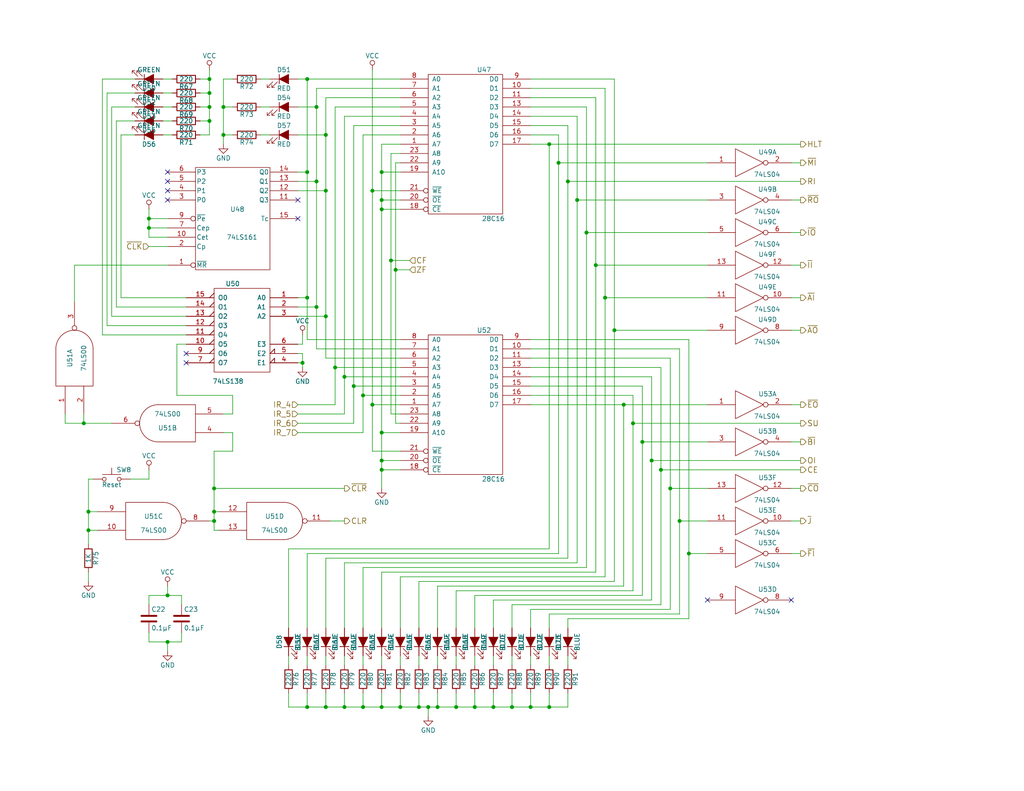
<source format=kicad_sch>
(kicad_sch (version 20231120) (generator "eeschema") (generator_version "8.0")
  (paper "USLetter")
  (junction (at 99.06 107.95))
  (junction (at 144.78 193.04))
  (junction (at 152.4 44.45))
  (junction (at 99.06 193.04))
  (junction (at 22.86 115.57))
  (junction (at 185.42 142.24))
  (junction (at 182.88 133.35))
  (junction (at 58.42 142.24))
  (junction (at 88.9 52.07))
  (junction (at 24.13 139.7))
  (junction (at 107.95 73.66))
  (junction (at 83.82 46.99))
  (junction (at 83.82 81.28))
  (junction (at 170.18 110.49))
  (junction (at 58.42 133.35))
  (junction (at 149.86 193.04))
  (junction (at 165.1 81.28))
  (junction (at 172.72 115.57))
  (junction (at 88.9 36.83))
  (junction (at 104.14 128.27))
  (junction (at 104.14 193.04))
  (junction (at 101.6 52.07))
  (junction (at 88.9 193.04))
  (junction (at 57.15 33.02))
  (junction (at 93.98 102.87))
  (junction (at 104.14 118.11))
  (junction (at 119.38 193.04))
  (junction (at 96.52 105.41))
  (junction (at 104.14 125.73))
  (junction (at 86.36 83.82))
  (junction (at 60.96 36.83))
  (junction (at 157.48 54.61))
  (junction (at 24.13 144.78))
  (junction (at 57.15 29.21))
  (junction (at 45.72 162.56))
  (junction (at 91.44 100.33))
  (junction (at 86.36 49.53))
  (junction (at 83.82 193.04))
  (junction (at 149.86 39.37))
  (junction (at 104.14 57.15))
  (junction (at 104.14 54.61))
  (junction (at 82.55 99.06))
  (junction (at 124.46 193.04))
  (junction (at 101.6 110.49))
  (junction (at 60.96 29.21))
  (junction (at 109.22 193.04))
  (junction (at 134.62 193.04))
  (junction (at 177.8 125.73))
  (junction (at 40.64 59.69))
  (junction (at 114.3 193.04))
  (junction (at 93.98 193.04))
  (junction (at 40.64 62.23))
  (junction (at 167.64 90.17))
  (junction (at 187.96 151.13))
  (junction (at 160.02 63.5))
  (junction (at 86.36 29.21))
  (junction (at 106.68 71.12))
  (junction (at 175.26 120.65))
  (junction (at 154.94 49.53))
  (junction (at 58.42 139.7))
  (junction (at 57.15 25.4))
  (junction (at 83.82 21.59))
  (junction (at 88.9 86.36))
  (junction (at 180.34 128.27))
  (junction (at 104.14 46.99))
  (junction (at 45.72 175.26))
  (junction (at 116.84 193.04))
  (junction (at 139.7 193.04))
  (junction (at 162.56 72.39))
  (junction (at 129.54 193.04))
  (junction (at 57.15 21.59))
  (no_connect (at 193.04 163.83))
  (no_connect (at 45.72 46.99))
  (no_connect (at 81.28 54.61))
  (no_connect (at 215.9 163.83))
  (no_connect (at 50.8 96.52))
  (no_connect (at 45.72 49.53))
  (no_connect (at 50.8 99.06))
  (no_connect (at 81.28 59.69))
  (no_connect (at 45.72 52.07))
  (no_connect (at 45.72 54.61))
  (wire (pts (xy 88.9 152.4) (xy 154.94 152.4)))
  (wire (pts (xy 104.14 118.11) (xy 109.22 118.11)))
  (wire (pts (xy 104.14 57.15) (xy 104.14 118.11)))
  (wire (pts (xy 124.46 193.04) (xy 129.54 193.04)))
  (wire (pts (xy 152.4 44.45) (xy 193.04 44.45)))
  (wire (pts (xy 104.14 179.07) (xy 104.14 181.61)))
  (wire (pts (xy 81.28 81.28) (xy 83.82 81.28)))
  (wire (pts (xy 58.42 144.78) (xy 59.69 144.78)))
  (wire (pts (xy 180.34 128.27) (xy 218.44 128.27)))
  (wire (pts (xy 40.64 130.81) (xy 35.56 130.81)))
  (wire (pts (xy 154.94 193.04) (xy 154.94 189.23)))
  (wire (pts (xy 83.82 151.13) (xy 152.4 151.13)))
  (wire (pts (xy 99.06 181.61) (xy 99.06 179.07)))
  (wire (pts (xy 24.13 144.78) (xy 24.13 148.59)))
  (wire (pts (xy 157.48 54.61) (xy 157.48 153.67)))
  (wire (pts (xy 134.62 193.04) (xy 139.7 193.04)))
  (wire (pts (xy 29.21 25.4) (xy 36.83 25.4)))
  (wire (pts (xy 27.94 21.59) (xy 27.94 91.44)))
  (wire (pts (xy 101.6 52.07) (xy 101.6 110.49)))
  (wire (pts (xy 93.98 113.03) (xy 81.28 113.03)))
  (wire (pts (xy 81.28 96.52) (xy 82.55 96.52)))
  (wire (pts (xy 144.78 166.37) (xy 182.88 166.37)))
  (wire (pts (xy 93.98 133.35) (xy 58.42 133.35)))
  (wire (pts (xy 73.66 29.21) (xy 71.12 29.21)))
  (wire (pts (xy 144.78 193.04) (xy 149.86 193.04)))
  (wire (pts (xy 83.82 92.71) (xy 109.22 92.71)))
  (wire (pts (xy 109.22 128.27) (xy 104.14 128.27)))
  (wire (pts (xy 93.98 189.23) (xy 93.98 193.04)))
  (wire (pts (xy 36.83 21.59) (xy 27.94 21.59)))
  (wire (pts (xy 24.13 158.75) (xy 24.13 156.21)))
  (wire (pts (xy 24.13 130.81) (xy 24.13 139.7)))
  (wire (pts (xy 177.8 125.73) (xy 218.44 125.73)))
  (wire (pts (xy 172.72 107.95) (xy 172.72 115.57)))
  (wire (pts (xy 57.15 21.59) (xy 57.15 19.05)))
  (wire (pts (xy 180.34 128.27) (xy 180.34 165.1)))
  (wire (pts (xy 144.78 107.95) (xy 172.72 107.95)))
  (wire (pts (xy 60.96 29.21) (xy 60.96 36.83)))
  (wire (pts (xy 81.28 21.59) (xy 83.82 21.59)))
  (wire (pts (xy 162.56 72.39) (xy 162.56 156.21)))
  (wire (pts (xy 180.34 100.33) (xy 180.34 128.27)))
  (wire (pts (xy 104.14 128.27) (xy 104.14 133.35)))
  (wire (pts (xy 45.72 162.56) (xy 49.53 162.56)))
  (wire (pts (xy 119.38 171.45) (xy 119.38 160.02)))
  (wire (pts (xy 152.4 36.83) (xy 152.4 44.45)))
  (wire (pts (xy 109.22 41.91) (xy 106.68 41.91)))
  (wire (pts (xy 144.78 110.49) (xy 170.18 110.49)))
  (wire (pts (xy 40.64 62.23) (xy 45.72 62.23)))
  (wire (pts (xy 119.38 181.61) (xy 119.38 179.07)))
  (wire (pts (xy 167.64 90.17) (xy 167.64 158.75)))
  (wire (pts (xy 144.78 179.07) (xy 144.78 181.61)))
  (wire (pts (xy 81.28 52.07) (xy 88.9 52.07)))
  (wire (pts (xy 175.26 120.65) (xy 193.04 120.65)))
  (wire (pts (xy 172.72 115.57) (xy 218.44 115.57)))
  (wire (pts (xy 91.44 100.33) (xy 91.44 110.49)))
  (wire (pts (xy 109.22 157.48) (xy 165.1 157.48)))
  (wire (pts (xy 101.6 110.49) (xy 101.6 123.19)))
  (wire (pts (xy 167.64 21.59) (xy 167.64 90.17)))
  (wire (pts (xy 134.62 171.45) (xy 134.62 163.83)))
  (wire (pts (xy 109.22 26.67) (xy 88.9 26.67)))
  (wire (pts (xy 58.42 142.24) (xy 57.15 142.24)))
  (wire (pts (xy 129.54 171.45) (xy 129.54 162.56)))
  (wire (pts (xy 57.15 29.21) (xy 57.15 25.4)))
  (wire (pts (xy 63.5 21.59) (xy 60.96 21.59)))
  (wire (pts (xy 114.3 179.07) (xy 114.3 181.61)))
  (wire (pts (xy 144.78 95.25) (xy 185.42 95.25)))
  (wire (pts (xy 54.61 36.83) (xy 57.15 36.83)))
  (wire (pts (xy 17.78 115.57) (xy 22.86 115.57)))
  (wire (pts (xy 119.38 160.02) (xy 170.18 160.02)))
  (wire (pts (xy 58.42 123.19) (xy 63.5 123.19)))
  (wire (pts (xy 144.78 26.67) (xy 162.56 26.67)))
  (wire (pts (xy 99.06 193.04) (xy 99.06 189.23)))
  (wire (pts (xy 149.86 171.45) (xy 149.86 167.64)))
  (wire (pts (xy 160.02 29.21) (xy 160.02 63.5)))
  (wire (pts (xy 104.14 118.11) (xy 104.14 125.73)))
  (wire (pts (xy 187.96 151.13) (xy 187.96 168.91)))
  (wire (pts (xy 88.9 193.04) (xy 88.9 189.23)))
  (wire (pts (xy 215.9 110.49) (xy 218.44 110.49)))
  (wire (pts (xy 93.98 193.04) (xy 99.06 193.04)))
  (wire (pts (xy 114.3 158.75) (xy 167.64 158.75)))
  (wire (pts (xy 109.22 193.04) (xy 109.22 189.23)))
  (wire (pts (xy 139.7 193.04) (xy 139.7 189.23)))
  (wire (pts (xy 22.86 113.03) (xy 22.86 115.57)))
  (wire (pts (xy 27.94 91.44) (xy 50.8 91.44)))
  (wire (pts (xy 40.64 67.31) (xy 45.72 67.31)))
  (wire (pts (xy 116.84 195.58) (xy 116.84 193.04)))
  (wire (pts (xy 45.72 175.26) (xy 49.53 175.26)))
  (wire (pts (xy 83.82 193.04) (xy 88.9 193.04)))
  (wire (pts (xy 88.9 26.67) (xy 88.9 36.83)))
  (wire (pts (xy 82.55 91.44) (xy 82.55 93.98)))
  (wire (pts (xy 107.95 44.45) (xy 107.95 73.66)))
  (wire (pts (xy 81.28 86.36) (xy 88.9 86.36)))
  (wire (pts (xy 111.76 73.66) (xy 107.95 73.66)))
  (wire (pts (xy 175.26 120.65) (xy 175.26 162.56)))
  (wire (pts (xy 83.82 81.28) (xy 83.82 92.71)))
  (wire (pts (xy 139.7 171.45) (xy 139.7 165.1)))
  (wire (pts (xy 149.86 149.86) (xy 78.74 149.86)))
  (wire (pts (xy 218.44 54.61) (xy 215.9 54.61)))
  (wire (pts (xy 96.52 115.57) (xy 81.28 115.57)))
  (wire (pts (xy 86.36 29.21) (xy 86.36 49.53)))
  (wire (pts (xy 93.98 142.24) (xy 90.17 142.24)))
  (wire (pts (xy 57.15 36.83) (xy 57.15 33.02)))
  (wire (pts (xy 40.64 162.56) (xy 45.72 162.56)))
  (wire (pts (xy 46.99 25.4) (xy 44.45 25.4)))
  (wire (pts (xy 93.98 153.67) (xy 157.48 153.67)))
  (wire (pts (xy 46.99 33.02) (xy 44.45 33.02)))
  (wire (pts (xy 129.54 193.04) (xy 134.62 193.04)))
  (wire (pts (xy 218.44 90.17) (xy 215.9 90.17)))
  (wire (pts (xy 114.3 189.23) (xy 114.3 193.04)))
  (wire (pts (xy 109.22 54.61) (xy 104.14 54.61)))
  (wire (pts (xy 160.02 63.5) (xy 193.04 63.5)))
  (wire (pts (xy 81.28 49.53) (xy 86.36 49.53)))
  (wire (pts (xy 81.28 29.21) (xy 86.36 29.21)))
  (wire (pts (xy 152.4 44.45) (xy 152.4 151.13)))
  (wire (pts (xy 162.56 26.67) (xy 162.56 72.39)))
  (wire (pts (xy 93.98 102.87) (xy 109.22 102.87)))
  (wire (pts (xy 149.86 181.61) (xy 149.86 179.07)))
  (wire (pts (xy 139.7 193.04) (xy 144.78 193.04)))
  (wire (pts (xy 78.74 193.04) (xy 83.82 193.04)))
  (wire (pts (xy 170.18 110.49) (xy 193.04 110.49)))
  (wire (pts (xy 165.1 81.28) (xy 193.04 81.28)))
  (wire (pts (xy 144.78 97.79) (xy 182.88 97.79)))
  (wire (pts (xy 81.28 46.99) (xy 83.82 46.99)))
  (wire (pts (xy 22.86 115.57) (xy 30.48 115.57)))
  (wire (pts (xy 116.84 193.04) (xy 119.38 193.04)))
  (wire (pts (xy 83.82 46.99) (xy 83.82 81.28)))
  (wire (pts (xy 83.82 21.59) (xy 109.22 21.59)))
  (wire (pts (xy 78.74 193.04) (xy 78.74 189.23)))
  (wire (pts (xy 81.28 99.06) (xy 82.55 99.06)))
  (wire (pts (xy 25.4 130.81) (xy 24.13 130.81)))
  (wire (pts (xy 154.94 171.45) (xy 154.94 168.91)))
  (wire (pts (xy 162.56 72.39) (xy 193.04 72.39)))
  (wire (pts (xy 144.78 31.75) (xy 157.48 31.75)))
  (wire (pts (xy 57.15 33.02) (xy 54.61 33.02)))
  (wire (pts (xy 30.48 29.21) (xy 30.48 86.36)))
  (wire (pts (xy 88.9 193.04) (xy 93.98 193.04)))
  (wire (pts (xy 24.13 139.7) (xy 24.13 144.78)))
  (wire (pts (xy 82.55 99.06) (xy 82.55 100.33)))
  (wire (pts (xy 99.06 107.95) (xy 109.22 107.95)))
  (wire (pts (xy 144.78 21.59) (xy 167.64 21.59)))
  (wire (pts (xy 33.02 36.83) (xy 33.02 81.28)))
  (wire (pts (xy 31.75 33.02) (xy 31.75 83.82)))
  (wire (pts (xy 44.45 36.83) (xy 46.99 36.83)))
  (wire (pts (xy 109.22 193.04) (xy 114.3 193.04)))
  (wire (pts (xy 58.42 139.7) (xy 58.42 142.24)))
  (wire (pts (xy 160.02 63.5) (xy 160.02 154.94)))
  (wire (pts (xy 144.78 24.13) (xy 165.1 24.13)))
  (wire (pts (xy 109.22 110.49) (xy 101.6 110.49)))
  (wire (pts (xy 99.06 107.95) (xy 99.06 118.11)))
  (wire (pts (xy 104.14 156.21) (xy 162.56 156.21)))
  (wire (pts (xy 45.72 175.26) (xy 45.72 177.8)))
  (wire (pts (xy 157.48 31.75) (xy 157.48 54.61)))
  (wire (pts (xy 144.78 100.33) (xy 180.34 100.33)))
  (wire (pts (xy 63.5 113.03) (xy 60.96 113.03)))
  (wire (pts (xy 104.14 46.99) (xy 109.22 46.99)))
  (wire (pts (xy 124.46 171.45) (xy 124.46 161.29)))
  (wire (pts (xy 165.1 24.13) (xy 165.1 81.28)))
  (wire (pts (xy 134.62 179.07) (xy 134.62 181.61)))
  (wire (pts (xy 88.9 86.36) (xy 88.9 97.79)))
  (wire (pts (xy 177.8 125.73) (xy 177.8 163.83)))
  (wire (pts (xy 91.44 110.49) (xy 81.28 110.49)))
  (wire (pts (xy 57.15 25.4) (xy 54.61 25.4)))
  (wire (pts (xy 165.1 81.28) (xy 165.1 157.48)))
  (wire (pts (xy 99.06 171.45) (xy 99.06 154.94)))
  (wire (pts (xy 129.54 193.04) (xy 129.54 189.23)))
  (wire (pts (xy 124.46 189.23) (xy 124.46 193.04)))
  (wire (pts (xy 86.36 24.13) (xy 86.36 29.21)))
  (wire (pts (xy 187.96 92.71) (xy 187.96 151.13)))
  (wire (pts (xy 134.62 163.83) (xy 177.8 163.83)))
  (wire (pts (xy 58.42 133.35) (xy 58.42 139.7)))
  (wire (pts (xy 99.06 118.11) (xy 81.28 118.11)))
  (wire (pts (xy 175.26 105.41) (xy 175.26 120.65)))
  (wire (pts (xy 99.06 36.83) (xy 99.06 107.95)))
  (wire (pts (xy 45.72 72.39) (xy 20.32 72.39)))
  (wire (pts (xy 99.06 154.94) (xy 160.02 154.94)))
  (wire (pts (xy 40.64 59.69) (xy 45.72 59.69)))
  (wire (pts (xy 182.88 97.79) (xy 182.88 133.35)))
  (wire (pts (xy 83.82 189.23) (xy 83.82 193.04)))
  (wire (pts (xy 134.62 189.23) (xy 134.62 193.04)))
  (wire (pts (xy 91.44 100.33) (xy 109.22 100.33)))
  (wire (pts (xy 114.3 171.45) (xy 114.3 158.75)))
  (wire (pts (xy 109.22 125.73) (xy 104.14 125.73)))
  (wire (pts (xy 139.7 181.61) (xy 139.7 179.07)))
  (wire (pts (xy 107.95 73.66) (xy 107.95 115.57)))
  (wire (pts (xy 107.95 115.57) (xy 109.22 115.57)))
  (wire (pts (xy 106.68 71.12) (xy 106.68 113.03)))
  (wire (pts (xy 119.38 193.04) (xy 124.46 193.04)))
  (wire (pts (xy 50.8 88.9) (xy 29.21 88.9)))
  (wire (pts (xy 104.14 46.99) (xy 104.14 54.61)))
  (wire (pts (xy 104.14 125.73) (xy 104.14 128.27)))
  (wire (pts (xy 93.98 102.87) (xy 93.98 113.03)))
  (wire (pts (xy 29.21 88.9) (xy 29.21 25.4)))
  (wire (pts (xy 182.88 133.35) (xy 193.04 133.35)))
  (wire (pts (xy 58.42 123.19) (xy 58.42 133.35)))
  (wire (pts (xy 218.44 133.35) (xy 215.9 133.35)))
  (wire (pts (xy 88.9 171.45) (xy 88.9 152.4)))
  (wire (pts (xy 144.78 92.71) (xy 187.96 92.71)))
  (wire (pts (xy 40.64 165.1) (xy 40.64 162.56)))
  (wire (pts (xy 40.64 175.26) (xy 45.72 175.26)))
  (wire (pts (xy 91.44 29.21) (xy 91.44 100.33)))
  (wire (pts (xy 170.18 160.02) (xy 170.18 110.49)))
  (wire (pts (xy 30.48 86.36) (xy 50.8 86.36)))
  (wire (pts (xy 99.06 193.04) (xy 104.14 193.04)))
  (wire (pts (xy 167.64 90.17) (xy 193.04 90.17)))
  (wire (pts (xy 149.86 167.64) (xy 185.42 167.64)))
  (wire (pts (xy 109.22 181.61) (xy 109.22 179.07)))
  (wire (pts (xy 104.14 39.37) (xy 109.22 39.37)))
  (wire (pts (xy 24.13 139.7) (xy 26.67 139.7)))
  (wire (pts (xy 96.52 34.29) (xy 96.52 105.41)))
  (wire (pts (xy 93.98 179.07) (xy 93.98 181.61)))
  (wire (pts (xy 88.9 52.07) (xy 88.9 86.36)))
  (wire (pts (xy 40.64 57.15) (xy 40.64 59.69)))
  (wire (pts (xy 44.45 29.21) (xy 46.99 29.21)))
  (wire (pts (xy 129.54 162.56) (xy 175.26 162.56)))
  (wire (pts (xy 185.42 95.25) (xy 185.42 142.24)))
  (wire (pts (xy 114.3 193.04) (xy 116.84 193.04)))
  (wire (pts (xy 83.82 21.59) (xy 83.82 46.99)))
  (wire (pts (xy 33.02 81.28) (xy 50.8 81.28)))
  (wire (pts (xy 185.42 142.24) (xy 193.04 142.24)))
  (wire (pts (xy 71.12 21.59) (xy 73.66 21.59)))
  (wire (pts (xy 218.44 120.65) (xy 215.9 120.65)))
  (wire (pts (xy 106.68 113.03) (xy 109.22 113.03)))
  (wire (pts (xy 149.86 39.37) (xy 149.86 149.86)))
  (wire (pts (xy 88.9 36.83) (xy 88.9 52.07)))
  (wire (pts (xy 109.22 34.29) (xy 96.52 34.29)))
  (wire (pts (xy 154.94 34.29) (xy 154.94 49.53)))
  (wire (pts (xy 172.72 115.57) (xy 172.72 161.29)))
  (wire (pts (xy 104.14 189.23) (xy 104.14 193.04)))
  (wire (pts (xy 78.74 181.61) (xy 78.74 179.07)))
  (wire (pts (xy 109.22 44.45) (xy 107.95 44.45)))
  (wire (pts (xy 144.78 39.37) (xy 149.86 39.37)))
  (wire (pts (xy 20.32 72.39) (xy 20.32 82.55)))
  (wire (pts (xy 58.42 139.7) (xy 59.69 139.7)))
  (wire (pts (xy 109.22 29.21) (xy 91.44 29.21)))
  (wire (pts (xy 144.78 189.23) (xy 144.78 193.04)))
  (wire (pts (xy 104.14 171.45) (xy 104.14 156.21)))
  (wire (pts (xy 104.14 57.15) (xy 109.22 57.15)))
  (wire (pts (xy 93.98 31.75) (xy 93.98 102.87)))
  (wire (pts (xy 88.9 97.79) (xy 109.22 97.79)))
  (wire (pts (xy 60.96 36.83) (xy 60.96 39.37)))
  (wire (pts (xy 93.98 171.45) (xy 93.98 153.67)))
  (wire (pts (xy 109.22 171.45) (xy 109.22 157.48)))
  (wire (pts (xy 144.78 36.83) (xy 152.4 36.83)))
  (wire (pts (xy 93.98 31.75) (xy 109.22 31.75)))
  (wire (pts (xy 96.52 105.41) (xy 109.22 105.41)))
  (wire (pts (xy 83.82 171.45) (xy 83.82 151.13)))
  (wire (pts (xy 144.78 171.45) (xy 144.78 166.37)))
  (wire (pts (xy 24.13 144.78) (xy 26.67 144.78)))
  (wire (pts (xy 36.83 29.21) (xy 30.48 29.21)))
  (wire (pts (xy 218.44 142.24) (xy 215.9 142.24)))
  (wire (pts (xy 182.88 133.35) (xy 182.88 166.37)))
  (wire (pts (xy 50.8 93.98) (xy 48.26 93.98)))
  (wire (pts (xy 86.36 49.53) (xy 86.36 83.82)))
  (wire (pts (xy 81.28 83.82) (xy 86.36 83.82)))
  (wire (pts (xy 54.61 21.59) (xy 57.15 21.59)))
  (wire (pts (xy 54.61 29.21) (xy 57.15 29.21)))
  (wire (pts (xy 154.94 168.91) (xy 187.96 168.91)))
  (wire (pts (xy 124.46 161.29) (xy 172.72 161.29)))
  (wire (pts (xy 78.74 149.86) (xy 78.74 171.45)))
  (wire (pts (xy 58.42 142.24) (xy 58.42 144.78)))
  (wire (pts (xy 157.48 54.61) (xy 193.04 54.61)))
  (wire (pts (xy 86.36 95.25) (xy 109.22 95.25)))
  (wire (pts (xy 149.86 39.37) (xy 218.44 39.37)))
  (wire (pts (xy 40.64 175.26) (xy 40.64 172.72)))
  (wire (pts (xy 129.54 181.61) (xy 129.54 179.07)))
  (wire (pts (xy 96.52 105.41) (xy 96.52 115.57)))
  (wire (pts (xy 88.9 181.61) (xy 88.9 179.07)))
  (wire (pts (xy 218.44 72.39) (xy 215.9 72.39)))
  (wire (pts (xy 101.6 123.19) (xy 109.22 123.19)))
  (wire (pts (xy 71.12 36.83) (xy 73.66 36.83)))
  (wire (pts (xy 17.78 115.57) (xy 17.78 113.03)))
  (wire (pts (xy 63.5 29.21) (xy 60.96 29.21)))
  (wire (pts (xy 48.26 107.95) (xy 63.5 107.95)))
  (wire (pts (xy 99.06 36.83) (xy 109.22 36.83)))
  (wire (pts (xy 144.78 105.41) (xy 175.26 105.41)))
  (wire (pts (xy 109.22 24.13) (xy 86.36 24.13)))
  (wire (pts (xy 149.86 193.04) (xy 154.94 193.04)))
  (wire (pts (xy 81.28 36.83) (xy 88.9 36.83)))
  (wire (pts (xy 36.83 36.83) (xy 33.02 36.83)))
  (wire (pts (xy 144.78 102.87) (xy 177.8 102.87)))
  (wire (pts (xy 124.46 179.07) (xy 124.46 181.61)))
  (wire (pts (xy 144.78 34.29) (xy 154.94 34.29)))
  (wire (pts (xy 82.55 93.98) (xy 81.28 93.98)))
  (wire (pts (xy 31.75 83.82) (xy 50.8 83.82)))
  (wire (pts (xy 218.44 63.5) (xy 215.9 63.5)))
  (wire (pts (xy 177.8 102.87) (xy 177.8 125.73)))
  (wire (pts (xy 104.14 54.61) (xy 104.14 57.15)))
  (wire (pts (xy 139.7 165.1) (xy 180.34 165.1)))
  (wire (pts (xy 149.86 193.04) (xy 149.86 189.23)))
  (wire (pts (xy 101.6 19.05) (xy 101.6 52.07)))
  (wire (pts (xy 154.94 49.53) (xy 154.94 152.4)))
  (wire (pts (xy 144.78 29.21) (xy 160.02 29.21)))
  (wire (pts (xy 44.45 21.59) (xy 46.99 21.59)))
  (wire (pts (xy 57.15 33.02) (xy 57.15 29.21)))
  (wire (pts (xy 63.5 118.11) (xy 60.96 118.11)))
  (wire (pts (xy 48.26 93.98) (xy 48.26 107.95)))
  (wire (pts (xy 60.96 36.83) (xy 63.5 36.83)))
  (wire (pts (xy 104.14 193.04) (xy 109.22 193.04)))
  (wire (pts (xy 40.64 62.23) (xy 40.64 64.77)))
  (wire (pts (xy 154.94 179.07) (xy 154.94 181.61)))
  (wire (pts (xy 104.14 39.37) (xy 104.14 46.99)))
  (wire (pts (xy 40.64 59.69) (xy 40.64 62.23)))
  (wire (pts (xy 187.96 151.13) (xy 193.04 151.13)))
  (wire (pts (xy 86.36 83.82) (xy 86.36 95.25)))
  (wire (pts (xy 154.94 49.53) (xy 218.44 49.53)))
  (wire (pts (xy 40.64 64.77) (xy 45.72 64.77)))
  (wire (pts (xy 63.5 107.95) (xy 63.5 113.03)))
  (wire (pts (xy 106.68 41.91) (xy 106.68 71.12)))
  (wire (pts (xy 119.38 193.04) (xy 119.38 189.23)))
  (wire (pts (xy 218.44 81.28) (xy 215.9 81.28)))
  (wire (pts (xy 215.9 44.45) (xy 218.44 44.45)))
  (wire (pts (xy 111.76 71.12) (xy 106.68 71.12)))
  (wire (pts (xy 82.55 96.52) (xy 82.55 99.06)))
  (wire (pts (xy 49.53 175.26) (xy 49.53 172.72)))
  (wire (pts (xy 185.42 142.24) (xy 185.42 167.64)))
  (wire (pts (xy 218.44 151.13) (xy 215.9 151.13)))
  (wire (pts (xy 45.72 160.02) (xy 45.72 162.56)))
  (wire (pts (xy 63.5 123.19) (xy 63.5 118.11)))
  (wire (pts (xy 60.96 21.59) (xy 60.96 29.21)))
  (wire (pts (xy 83.82 179.07) (xy 83.82 181.61)))
  (wire (pts (xy 101.6 52.07) (xy 109.22 52.07)))
  (wire (pts (xy 31.75 33.02) (xy 36.83 33.02)))
  (wire (pts (xy 57.15 25.4) (xy 57.15 21.59)))
  (wire (pts (xy 40.64 128.27) (xy 40.64 130.81)))
  (wire (pts (xy 49.53 162.56) (xy 49.53 165.1)))
  (hierarchical_label "~{AO}" (shape output) (at 218.44 90.17 0) (effects (font (size 1.524 1.524))))
  (hierarchical_label "~{IO}" (shape output) (at 218.44 63.5 0) (effects (font (size 1.524 1.524))))
  (hierarchical_label "CLR" (shape output) (at 93.98 142.24 0) (effects (font (size 1.524 1.524))))
  (hierarchical_label "~{MI}" (shape output) (at 218.44 44.45 0) (effects (font (size 1.524 1.524))))
  (hierarchical_label "CF" (shape input) (at 111.76 71.12 0) (effects (font (size 1.524 1.524))))
  (hierarchical_label "~{CLR}" (shape output) (at 93.98 133.35 0) (effects (font (size 1.524 1.524))))
  (hierarchical_label "RI" (shape output) (at 218.44 49.53 0) (effects (font (size 1.524 1.524))))
  (hierarchical_label "ZF" (shape input) (at 111.76 73.66 0) (effects (font (size 1.524 1.524))))
  (hierarchical_label "~{AI}" (shape output) (at 218.44 81.28 0) (effects (font (size 1.524 1.524))))
  (hierarchical_label "~{RO}" (shape output) (at 218.44 54.61 0) (effects (font (size 1.524 1.524))))
  (hierarchical_label "~{II}" (shape output) (at 218.44 72.39 0) (effects (font (size 1.524 1.524))))
  (hierarchical_label "CE" (shape output) (at 218.44 128.27 0) (effects (font (size 1.524 1.524))))
  (hierarchical_label "IR_6" (shape input) (at 81.28 115.57 180) (effects (font (size 1.524 1.524))))
  (hierarchical_label "IR_4" (shape input) (at 81.28 110.49 180) (effects (font (size 1.524 1.524))))
  (hierarchical_label "~{BI}" (shape output) (at 218.44 120.65 0) (effects (font (size 1.524 1.524))))
  (hierarchical_label "~{J}" (shape output) (at 218.44 142.24 0) (effects (font (size 1.524 1.524))))
  (hierarchical_label "OI" (shape output) (at 218.44 125.73 0) (effects (font (size 1.524 1.524))))
  (hierarchical_label "HLT" (shape output) (at 218.44 39.37 0) (effects (font (size 1.524 1.524))))
  (hierarchical_label "IR_5" (shape input) (at 81.28 113.03 180) (effects (font (size 1.524 1.524))))
  (hierarchical_label "~{CO}" (shape output) (at 218.44 133.35 0) (effects (font (size 1.524 1.524))))
  (hierarchical_label "SU" (shape output) (at 218.44 115.57 0) (effects (font (size 1.524 1.524))))
  (hierarchical_label "~{CLK}" (shape input) (at 40.64 67.31 180) (effects (font (size 1.524 1.524))))
  (hierarchical_label "~{EO}" (shape output) (at 218.44 110.49 0) (effects (font (size 1.524 1.524))))
  (hierarchical_label "~{FI}" (shape output) (at 218.44 151.13 0) (effects (font (size 1.524 1.524))))
  (hierarchical_label "IR_7" (shape input) (at 81.28 118.11 180) (effects (font (size 1.524 1.524))))
  (symbol (lib_id "8bit-computer-rescue:74LS161-8bit-computer-rescue") (at 63.5 59.69 0) (unit 1)
    (property "Reference" "U48" (at 64.77 57.15 0))
    (property "Value" "74LS161" (at 66.04 64.77 0))
    (property "Footprint" "Package_DIP:DIP-16_W7.62mm" (effects (hide yes)))
  )
  (symbol (lib_id "8bit-computer-rescue:74LS138-8bit-computer-rescue") (at 66.04 90.17 0) (mirror y) (unit 1)
    (property "Reference" "U50" (at 63.5 77.47 0))
    (property "Value" "74LS138" (at 62.23 104.1146 0))
    (property "Footprint" "Package_DIP:DIP-16_W7.62mm" (effects (hide yes)))
  )
  (symbol (lib_id "8bit-computer-rescue:28C16-8bit-computer-rescue") (at 127 39.37 0) (unit 1)
    (property "Reference" "U47" (at 132.08 19.05 0))
    (property "Value" "28C16" (at 134.62 59.69 0))
    (property "Footprint" "Package_DIP:DIP-24_W15.24mm_Socket" (effects (hide yes)))
  )
  (symbol (lib_id "8bit-computer-rescue:28C16-8bit-computer-rescue") (at 127 110.49 0) (unit 1)
    (property "Reference" "U52" (at 132.08 90.17 0))
    (property "Value" "28C16" (at 134.62 130.81 0))
    (property "Footprint" "Package_DIP:DIP-24_W15.24mm_Socket" (effects (hide yes)))
  )
  (symbol (lib_id "8bit-computer-rescue:LED_ALT-Device") (at 78.74 175.26 90) (unit 1)
    (property "Reference" "D58" (at 76.2 175.26 0))
    (property "Value" "BLUE" (at 81.28 175.26 0))
    (property "Footprint" "LED_THT:LED_D5.0mm" (effects (hide yes)))
  )
  (symbol (lib_id "8bit-computer-rescue:LED_ALT-Device") (at 83.82 175.26 90) (unit 1)
    (property "Reference" "D59" (at 81.28 175.26 0))
    (property "Value" "BLUE" (at 86.36 175.26 0))
    (property "Footprint" "LED_THT:LED_D5.0mm" (effects (hide yes)))
  )
  (symbol (lib_id "8bit-computer-rescue:LED_ALT-Device") (at 88.9 175.26 90) (unit 1)
    (property "Reference" "D60" (at 86.36 175.26 0))
    (property "Value" "BLUE" (at 91.44 175.26 0))
    (property "Footprint" "LED_THT:LED_D5.0mm" (effects (hide yes)))
  )
  (symbol (lib_id "8bit-computer-rescue:LED_ALT-Device") (at 93.98 175.26 90) (unit 1)
    (property "Reference" "D61" (at 91.44 175.26 0))
    (property "Value" "BLUE" (at 96.52 175.26 0))
    (property "Footprint" "LED_THT:LED_D5.0mm" (effects (hide yes)))
  )
  (symbol (lib_id "8bit-computer-rescue:LED_ALT-Device") (at 99.06 175.26 90) (unit 1)
    (property "Reference" "D62" (at 96.52 175.26 0))
    (property "Value" "BLUE" (at 101.6 175.26 0))
    (property "Footprint" "LED_THT:LED_D5.0mm" (effects (hide yes)))
  )
  (symbol (lib_id "8bit-computer-rescue:LED_ALT-Device") (at 104.14 175.26 90) (unit 1)
    (property "Reference" "D63" (at 101.6 175.26 0))
    (property "Value" "BLUE" (at 106.68 175.26 0))
    (property "Footprint" "LED_THT:LED_D5.0mm" (effects (hide yes)))
  )
  (symbol (lib_id "8bit-computer-rescue:LED_ALT-Device") (at 109.22 175.26 90) (unit 1)
    (property "Reference" "D64" (at 106.68 175.26 0))
    (property "Value" "BLUE" (at 111.76 175.26 0))
    (property "Footprint" "LED_THT:LED_D5.0mm" (effects (hide yes)))
  )
  (symbol (lib_id "8bit-computer-rescue:LED_ALT-Device") (at 114.3 175.26 90) (unit 1)
    (property "Reference" "D65" (at 111.76 175.26 0))
    (property "Value" "BLUE" (at 116.84 175.26 0))
    (property "Footprint" "LED_THT:LED_D5.0mm" (effects (hide yes)))
  )
  (symbol (lib_id "8bit-computer-rescue:LED_ALT-Device") (at 119.38 175.26 90) (unit 1)
    (property "Reference" "D66" (at 116.84 175.26 0))
    (property "Value" "BLUE" (at 121.92 175.26 0))
    (property "Footprint" "LED_THT:LED_D5.0mm" (effects (hide yes)))
  )
  (symbol (lib_id "8bit-computer-rescue:LED_ALT-Device") (at 124.46 175.26 90) (unit 1)
    (property "Reference" "D67" (at 121.92 175.26 0))
    (property "Value" "BLUE" (at 127 175.26 0))
    (property "Footprint" "LED_THT:LED_D5.0mm" (effects (hide yes)))
  )
  (symbol (lib_id "8bit-computer-rescue:LED_ALT-Device") (at 129.54 175.26 90) (unit 1)
    (property "Reference" "D68" (at 127 175.26 0))
    (property "Value" "BLUE" (at 132.08 175.26 0))
    (property "Footprint" "LED_THT:LED_D5.0mm" (effects (hide yes)))
  )
  (symbol (lib_id "8bit-computer-rescue:LED_ALT-Device") (at 134.62 175.26 90) (unit 1)
    (property "Reference" "D69" (at 132.08 175.26 0))
    (property "Value" "BLUE" (at 137.16 175.26 0))
    (property "Footprint" "LED_THT:LED_D5.0mm" (effects (hide yes)))
  )
  (symbol (lib_id "8bit-computer-rescue:LED_ALT-Device") (at 139.7 175.26 90) (unit 1)
    (property "Reference" "D70" (at 137.16 175.26 0))
    (property "Value" "BLUE" (at 142.24 175.26 0))
    (property "Footprint" "LED_THT:LED_D5.0mm" (effects (hide yes)))
  )
  (symbol (lib_id "8bit-computer-rescue:LED_ALT-Device") (at 144.78 175.26 90) (unit 1)
    (property "Reference" "D71" (at 142.24 175.26 0))
    (property "Value" "BLUE" (at 147.32 175.26 0))
    (property "Footprint" "LED_THT:LED_D5.0mm" (effects (hide yes)))
  )
  (symbol (lib_id "8bit-computer-rescue:LED_ALT-Device") (at 149.86 175.26 90) (unit 1)
    (property "Reference" "D72" (at 147.32 175.26 0))
    (property "Value" "BLUE" (at 152.4 175.26 0))
    (property "Footprint" "LED_THT:LED_D5.0mm" (effects (hide yes)))
  )
  (symbol (lib_id "8bit-computer-rescue:LED_ALT-Device") (at 154.94 175.26 90) (unit 1)
    (property "Reference" "D73" (at 152.4 175.26 0))
    (property "Value" "BLUE" (at 157.48 175.26 0))
    (property "Footprint" "LED_THT:LED_D5.0mm" (effects (hide yes)))
  )
  (symbol (lib_id "8bit-computer-rescue:74LS04-8bit-computer-rescue") (at 204.47 44.45 0) (unit 1)
    (property "Reference" "U49" (at 209.423 41.529 0))
    (property "Value" "74LS04" (at 209.296 47.625 0))
    (property "Footprint" "Package_DIP:DIP-14_W7.62mm" (effects (hide yes)))
  )
  (symbol (lib_id "8bit-computer-rescue:74LS04-8bit-computer-rescue") (at 204.47 54.61 0) (unit 2)
    (property "Reference" "U49" (at 209.423 51.689 0))
    (property "Value" "74LS04" (at 209.296 57.785 0))
    (property "Footprint" "Package_DIP:DIP-14_W7.62mm" (effects (hide yes)))
  )
  (symbol (lib_id "8bit-computer-rescue:74LS04-8bit-computer-rescue") (at 204.47 63.5 0) (unit 3)
    (property "Reference" "U49" (at 209.423 60.579 0))
    (property "Value" "74LS04" (at 209.296 66.675 0))
    (property "Footprint" "Package_DIP:DIP-14_W7.62mm" (effects (hide yes)))
  )
  (symbol (lib_id "8bit-computer-rescue:74LS04-8bit-computer-rescue") (at 204.47 72.39 0) (unit 6)
    (property "Reference" "U49" (at 209.423 69.469 0))
    (property "Value" "74LS04" (at 209.296 75.565 0))
    (property "Footprint" "Package_DIP:DIP-14_W7.62mm" (effects (hide yes)))
  )
  (symbol (lib_id "8bit-computer-rescue:74LS04-8bit-computer-rescue") (at 204.47 81.28 0) (unit 5)
    (property "Reference" "U49" (at 209.423 78.359 0))
    (property "Value" "74LS04" (at 209.296 84.455 0))
    (property "Footprint" "Package_DIP:DIP-14_W7.62mm" (effects (hide yes)))
  )
  (symbol (lib_id "8bit-computer-rescue:74LS04-8bit-computer-rescue") (at 204.47 90.17 0) (unit 4)
    (property "Reference" "U49" (at 209.423 87.249 0))
    (property "Value" "74LS04" (at 209.296 93.345 0))
    (property "Footprint" "Package_DIP:DIP-14_W7.62mm" (effects (hide yes)))
  )
  (symbol (lib_id "8bit-computer-rescue:74LS04-8bit-computer-rescue") (at 204.47 110.49 0) (unit 1)
    (property "Reference" "U53" (at 209.423 107.569 0))
    (property "Value" "74LS04" (at 209.296 113.665 0))
    (property "Footprint" "Package_DIP:DIP-14_W7.62mm" (effects (hide yes)))
  )
  (symbol (lib_id "8bit-computer-rescue:74LS04-8bit-computer-rescue") (at 204.47 120.65 0) (unit 2)
    (property "Reference" "U53" (at 209.423 117.729 0))
    (property "Value" "74LS04" (at 209.296 123.825 0))
    (property "Footprint" "Package_DIP:DIP-14_W7.62mm" (effects (hide yes)))
  )
  (symbol (lib_id "8bit-computer-rescue:74LS04-8bit-computer-rescue") (at 204.47 133.35 0) (unit 6)
    (property "Reference" "U53" (at 209.423 130.429 0))
    (property "Value" "74LS04" (at 209.296 136.525 0))
    (property "Footprint" "Package_DIP:DIP-14_W7.62mm" (effects (hide yes)))
  )
  (symbol (lib_id "8bit-computer-rescue:74LS04-8bit-computer-rescue") (at 204.47 142.24 0) (unit 5)
    (property "Reference" "U53" (at 209.423 139.319 0))
    (property "Value" "74LS04" (at 209.296 145.415 0))
    (property "Footprint" "Package_DIP:DIP-14_W7.62mm" (effects (hide yes)))
  )
  (symbol (lib_id "8bit-computer-rescue:74LS04-8bit-computer-rescue") (at 204.47 151.13 0) (unit 3)
    (property "Reference" "U53" (at 209.423 148.209 0))
    (property "Value" "74LS04" (at 209.296 154.305 0))
    (property "Footprint" "Package_DIP:DIP-14_W7.62mm" (effects (hide yes)))
  )
  (symbol (lib_id "8bit-computer-rescue:GND-power") (at 104.14 133.35 0) (unit 1)
    (property "Reference" "#PWR068" (effects (hide yes)))
    (property "Value" "GND" (at 104.14 137.16 0))
  )
  (symbol (lib_id "8bit-computer-rescue:VCC-power") (at 101.6 19.05 0) (unit 1)
    (property "Reference" "#PWR069" (effects (hide yes)))
    (property "Value" "VCC" (at 101.6 15.24 0))
  )
  (symbol (lib_id "8bit-computer-rescue:74LS00-8bit-computer-rescue") (at 45.72 115.57 180) (unit 2)
    (property "Reference" "U51" (at 45.72 116.84 0))
    (property "Value" "74LS00" (at 45.72 113.03 0))
    (property "Footprint" "Package_DIP:DIP-14_W7.62mm" (effects (hide yes)))
  )
  (symbol (lib_id "8bit-computer-rescue:74LS00-8bit-computer-rescue") (at 20.32 97.79 90) (unit 1)
    (property "Reference" "U51" (at 19.05 97.79 0))
    (property "Value" "74LS00" (at 22.86 97.79 0))
    (property "Footprint" "Package_DIP:DIP-14_W7.62mm" (effects (hide yes)))
  )
  (symbol (lib_id "8bit-computer-rescue:74LS00-8bit-computer-rescue") (at 74.93 142.24 0) (unit 4)
    (property "Reference" "U51" (at 74.93 140.97 0))
    (property "Value" "74LS00" (at 74.93 144.78 0))
    (property "Footprint" "Package_DIP:DIP-14_W7.62mm" (effects (hide yes)))
  )
  (symbol (lib_id "8bit-computer-rescue:74LS00-8bit-computer-rescue") (at 41.91 142.24 0) (unit 3)
    (property "Reference" "U51" (at 41.91 140.97 0))
    (property "Value" "74LS00" (at 41.91 144.78 0))
    (property "Footprint" "Package_DIP:DIP-14_W7.62mm" (effects (hide yes)))
  )
  (symbol (lib_id "8bit-computer-rescue:SW_Push-8bit-computer-rescue") (at 30.48 130.81 0) (unit 1)
    (property "Reference" "SW8" (at 31.75 128.27 0) (effects (justify left)))
    (property "Value" "Reset" (at 30.48 132.334 0))
    (property "Footprint" "Button_Switch_THT:SW_PUSH_6mm_H5mm" (effects (hide yes)))
  )
  (symbol (lib_id "Device:R") (at 67.31 36.83 270) (unit 1)
    (property "Reference" "R74" (at 67.31 38.862 90))
    (property "Value" "220" (at 67.31 36.83 90))
    (property "Footprint" "Resistor_THT:R_Axial_DIN0207_L6.3mm_D2.5mm_P7.62mm_Horizontal" (effects (hide yes)))
  )
  (symbol (lib_id "8bit-computer-rescue:GND-power") (at 24.13 158.75 0) (unit 1)
    (property "Reference" "#PWR070" (effects (hide yes)))
    (property "Value" "GND" (at 24.13 162.56 0))
  )
  (symbol (lib_id "8bit-computer-rescue:VCC-power") (at 40.64 128.27 0) (unit 1)
    (property "Reference" "#PWR071" (effects (hide yes)))
    (property "Value" "VCC" (at 40.64 124.46 0))
  )
  (symbol (lib_id "8bit-computer-rescue:VCC-power") (at 40.64 57.15 0) (unit 1)
    (property "Reference" "#PWR072" (effects (hide yes)))
    (property "Value" "VCC" (at 40.64 53.34 0))
  )
  (symbol (lib_id "Device:R") (at 24.13 152.4 0) (unit 1)
    (property "Reference" "R75" (at 26.162 152.4 90))
    (property "Value" "1K" (at 24.13 152.4 90))
    (property "Footprint" "Resistor_THT:R_Axial_DIN0207_L6.3mm_D2.5mm_P7.62mm_Horizontal" (effects (hide yes)))
  )
  (symbol (lib_id "Device:R") (at 78.74 185.42 0) (unit 1)
    (property "Reference" "R76" (at 80.772 185.42 90))
    (property "Value" "220" (at 78.74 185.42 90))
    (property "Footprint" "Resistor_THT:R_Axial_DIN0207_L6.3mm_D2.5mm_P7.62mm_Horizontal" (effects (hide yes)))
  )
  (symbol (lib_id "Device:R") (at 83.82 185.42 0) (unit 1)
    (property "Reference" "R77" (at 85.852 185.42 90))
    (property "Value" "220" (at 83.82 185.42 90))
    (property "Footprint" "Resistor_THT:R_Axial_DIN0207_L6.3mm_D2.5mm_P7.62mm_Horizontal" (effects (hide yes)))
  )
  (symbol (lib_id "Device:R") (at 88.9 185.42 0) (unit 1)
    (property "Reference" "R78" (at 90.932 185.42 90))
    (property "Value" "220" (at 88.9 185.42 90))
    (property "Footprint" "Resistor_THT:R_Axial_DIN0207_L6.3mm_D2.5mm_P7.62mm_Horizontal" (effects (hide yes)))
  )
  (symbol (lib_id "Device:R") (at 93.98 185.42 0) (unit 1)
    (property "Reference" "R79" (at 96.012 185.42 90))
    (property "Value" "220" (at 93.98 185.42 90))
    (property "Footprint" "Resistor_THT:R_Axial_DIN0207_L6.3mm_D2.5mm_P7.62mm_Horizontal" (effects (hide yes)))
  )
  (symbol (lib_id "Device:R") (at 99.06 185.42 0) (unit 1)
    (property "Reference" "R80" (at 101.092 185.42 90))
    (property "Value" "220" (at 99.06 185.42 90))
    (property "Footprint" "Resistor_THT:R_Axial_DIN0207_L6.3mm_D2.5mm_P7.62mm_Horizontal" (effects (hide yes)))
  )
  (symbol (lib_id "Device:R") (at 104.14 185.42 0) (unit 1)
    (property "Reference" "R81" (at 106.172 185.42 90))
    (property "Value" "220" (at 104.14 185.42 90))
    (property "Footprint" "Resistor_THT:R_Axial_DIN0207_L6.3mm_D2.5mm_P7.62mm_Horizontal" (effects (hide yes)))
  )
  (symbol (lib_id "Device:R") (at 109.22 185.42 0) (unit 1)
    (property "Reference" "R82" (at 111.252 185.42 90))
    (property "Value" "220" (at 109.22 185.42 90))
    (property "Footprint" "Resistor_THT:R_Axial_DIN0207_L6.3mm_D2.5mm_P7.62mm_Horizontal" (effects (hide yes)))
  )
  (symbol (lib_id "Device:R") (at 114.3 185.42 0) (unit 1)
    (property "Reference" "R83" (at 116.332 185.42 90))
    (property "Value" "220" (at 114.3 185.42 90))
    (property "Footprint" "Resistor_THT:R_Axial_DIN0207_L6.3mm_D2.5mm_P7.62mm_Horizontal" (effects (hide yes)))
  )
  (symbol (lib_id "Device:R") (at 119.38 185.42 0) (unit 1)
    (property "Reference" "R84" (at 121.412 185.42 90))
    (property "Value" "220" (at 119.38 185.42 90))
    (property "Footprint" "Resistor_THT:R_Axial_DIN0207_L6.3mm_D2.5mm_P7.62mm_Horizontal" (effects (hide yes)))
  )
  (symbol (lib_id "Device:R") (at 124.46 185.42 0) (unit 1)
    (property "Reference" "R85" (at 126.492 185.42 90))
    (property "Value" "220" (at 124.46 185.42 90))
    (property "Footprint" "Resistor_THT:R_Axial_DIN0207_L6.3mm_D2.5mm_P7.62mm_Horizontal" (effects (hide yes)))
  )
  (symbol (lib_id "Device:R") (at 129.54 185.42 0) (unit 1)
    (property "Reference" "R86" (at 131.572 185.42 90))
    (property "Value" "220" (at 129.54 185.42 90))
    (property "Footprint" "Resistor_THT:R_Axial_DIN0207_L6.3mm_D2.5mm_P7.62mm_Horizontal" (effects (hide yes)))
  )
  (symbol (lib_id "Device:R") (at 134.62 185.42 0) (unit 1)
    (property "Reference" "R87" (at 136.652 185.42 90))
    (property "Value" "220" (at 134.62 185.42 90))
    (property "Footprint" "Resistor_THT:R_Axial_DIN0207_L6.3mm_D2.5mm_P7.62mm_Horizontal" (effects (hide yes)))
  )
  (symbol (lib_id "Device:R") (at 139.7 185.42 0) (unit 1)
    (property "Reference" "R88" (at 141.732 185.42 90))
    (property "Value" "220" (at 139.7 185.42 90))
    (property "Footprint" "Resistor_THT:R_Axial_DIN0207_L6.3mm_D2.5mm_P7.62mm_Horizontal" (effects (hide yes)))
  )
  (symbol (lib_id "Device:R") (at 144.78 185.42 0) (unit 1)
    (property "Reference" "R89" (at 146.812 185.42 90))
    (property "Value" "220" (at 144.78 185.42 90))
    (property "Footprint" "Resistor_THT:R_Axial_DIN0207_L6.3mm_D2.5mm_P7.62mm_Horizontal" (effects (hide yes)))
  )
  (symbol (lib_id "Device:R") (at 149.86 185.42 0) (unit 1)
    (property "Reference" "R90" (at 151.892 185.42 90))
    (property "Value" "220" (at 149.86 185.42 90))
    (property "Footprint" "Resistor_THT:R_Axial_DIN0207_L6.3mm_D2.5mm_P7.62mm_Horizontal" (effects (hide yes)))
  )
  (symbol (lib_id "8bit-computer-rescue:GND-power") (at 116.84 195.58 0) (unit 1)
    (property "Reference" "#PWR073" (effects (hide yes)))
    (property "Value" "GND" (at 116.84 199.39 0))
  )
  (symbol (lib_id "8bit-computer-rescue:LED_ALT-Device") (at 77.47 36.83 0) (unit 1)
    (property "Reference" "D57" (at 77.47 34.29 0))
    (property "Value" "RED" (at 77.47 39.37 0))
    (property "Footprint" "LED_THT:LED_D5.0mm" (effects (hide yes)))
  )
  (symbol (lib_id "8bit-computer-rescue:LED_ALT-Device") (at 77.47 29.21 0) (unit 1)
    (property "Reference" "D54" (at 77.47 26.67 0))
    (property "Value" "RED" (at 77.47 31.75 0))
    (property "Footprint" "LED_THT:LED_D5.0mm" (effects (hide yes)))
  )
  (symbol (lib_id "8bit-computer-rescue:LED_ALT-Device") (at 77.47 21.59 0) (unit 1)
    (property "Reference" "D51" (at 77.47 19.05 0))
    (property "Value" "RED" (at 77.47 24.13 0))
    (property "Footprint" "LED_THT:LED_D5.0mm" (effects (hide yes)))
  )
  (symbol (lib_id "Device:R") (at 50.8 21.59 270) (unit 1)
    (property "Reference" "R67" (at 50.8 23.622 90))
    (property "Value" "220" (at 50.8 21.59 90))
    (property "Footprint" "Resistor_THT:R_Axial_DIN0207_L6.3mm_D2.5mm_P7.62mm_Horizontal" (effects (hide yes)))
  )
  (symbol (lib_id "Device:R") (at 50.8 33.02 270) (unit 1)
    (property "Reference" "R70" (at 50.8 35.052 90))
    (property "Value" "220" (at 50.8 33.02 90))
    (property "Footprint" "Resistor_THT:R_Axial_DIN0207_L6.3mm_D2.5mm_P7.62mm_Horizontal" (effects (hide yes)))
  )
  (symbol (lib_id "Device:R") (at 67.31 29.21 270) (unit 1)
    (property "Reference" "R73" (at 67.31 31.242 90))
    (property "Value" "220" (at 67.31 29.21 90))
    (property "Footprint" "Resistor_THT:R_Axial_DIN0207_L6.3mm_D2.5mm_P7.62mm_Horizontal" (effects (hide yes)))
  )
  (symbol (lib_id "8bit-computer-rescue:GND-power") (at 60.96 39.37 0) (unit 1)
    (property "Reference" "#PWR074" (effects (hide yes)))
    (property "Value" "GND" (at 60.96 43.18 0))
  )
  (symbol (lib_id "8bit-computer-rescue:LED_ALT-Device") (at 40.64 21.59 0) (mirror x) (unit 1)
    (property "Reference" "D50" (at 40.64 24.13 0))
    (property "Value" "GREEN" (at 40.64 19.05 0))
    (property "Footprint" "LED_THT:LED_D5.0mm" (effects (hide yes)))
  )
  (symbol (lib_id "8bit-computer-rescue:LED_ALT-Device") (at 40.64 25.4 0) (mirror x) (unit 1)
    (property "Reference" "D52" (at 40.64 27.94 0))
    (property "Value" "GREEN" (at 40.64 22.86 0))
    (property "Footprint" "LED_THT:LED_D5.0mm" (effects (hide yes)))
  )
  (symbol (lib_id "8bit-computer-rescue:LED_ALT-Device") (at 40.64 29.21 0) (mirror x) (unit 1)
    (property "Reference" "D53" (at 40.64 31.75 0))
    (property "Value" "GREEN" (at 40.64 26.67 0))
    (property "Footprint" "LED_THT:LED_D5.0mm" (effects (hide yes)))
  )
  (symbol (lib_id "8bit-computer-rescue:LED_ALT-Device") (at 40.64 33.02 0) (mirror x) (unit 1)
    (property "Reference" "D55" (at 40.64 35.56 0))
    (property "Value" "GREEN" (at 40.64 30.48 0))
    (property "Footprint" "LED_THT:LED_D5.0mm" (effects (hide yes)))
  )
  (symbol (lib_id "8bit-computer-rescue:LED_ALT-Device") (at 40.64 36.83 0) (mirror x) (unit 1)
    (property "Reference" "D56" (at 40.64 39.37 0))
    (property "Value" "GREEN" (at 40.64 34.29 0))
    (property "Footprint" "LED_THT:LED_D5.0mm" (effects (hide yes)))
  )
  (symbol (lib_id "Device:R") (at 154.94 185.42 0) (unit 1)
    (property "Reference" "R91" (at 156.972 185.42 90))
    (property "Value" "220" (at 154.94 185.42 90))
    (property "Footprint" "Resistor_THT:R_Axial_DIN0207_L6.3mm_D2.5mm_P7.62mm_Horizontal" (effects (hide yes)))
  )
  (symbol (lib_id "Device:R") (at 50.8 25.4 270) (unit 1)
    (property "Reference" "R68" (at 50.8 27.432 90))
    (property "Value" "220" (at 50.8 25.4 90))
    (property "Footprint" "Resistor_THT:R_Axial_DIN0207_L6.3mm_D2.5mm_P7.62mm_Horizontal" (effects (hide yes)))
  )
  (symbol (lib_id "Device:R") (at 50.8 29.21 270) (unit 1)
    (property "Reference" "R69" (at 50.8 31.242 90))
    (property "Value" "220" (at 50.8 29.21 90))
    (property "Footprint" "Resistor_THT:R_Axial_DIN0207_L6.3mm_D2.5mm_P7.62mm_Horizontal" (effects (hide yes)))
  )
  (symbol (lib_id "Device:R") (at 50.8 36.83 270) (unit 1)
    (property "Reference" "R71" (at 50.8 38.862 90))
    (property "Value" "220" (at 50.8 36.83 90))
    (property "Footprint" "Resistor_THT:R_Axial_DIN0207_L6.3mm_D2.5mm_P7.62mm_Horizontal" (effects (hide yes)))
  )
  (symbol (lib_id "Device:R") (at 67.31 21.59 270) (unit 1)
    (property "Reference" "R72" (at 67.31 23.622 90))
    (property "Value" "220" (at 67.31 21.59 90))
    (property "Footprint" "Resistor_THT:R_Axial_DIN0207_L6.3mm_D2.5mm_P7.62mm_Horizontal" (effects (hide yes)))
  )
  (symbol (lib_id "8bit-computer-rescue:VCC-power") (at 82.55 91.44 0) (unit 1)
    (property "Reference" "#PWR075" (effects (hide yes)))
    (property "Value" "VCC" (at 82.55 87.63 0))
  )
  (symbol (lib_id "8bit-computer-rescue:GND-power") (at 82.55 100.33 0) (unit 1)
    (property "Reference" "#PWR076" (effects (hide yes)))
    (property "Value" "GND" (at 82.55 104.14 0))
  )
  (symbol (lib_id "8bit-computer-rescue:74LS04-8bit-computer-rescue") (at 204.47 163.83 0) (unit 4)
    (property "Reference" "U53" (at 209.423 160.909 0))
    (property "Value" "74LS04" (at 209.296 167.005 0))
    (property "Footprint" "Package_DIP:DIP-14_W7.62mm" (effects (hide yes)))
  )
  (symbol (lib_id "Device:C") (at 40.64 168.91 0) (unit 1)
    (property "Reference" "C22" (at 41.275 166.37 0) (effects (justify left)))
    (property "Value" "0.1µF" (at 41.275 171.45 0) (effects (justify left)))
    (property "Footprint" "Capacitor_THT:C_Disc_D4.3mm_W1.9mm_P5.00mm" (effects (hide yes)))
  )
  (symbol (lib_id "8bit-computer-rescue:VCC-power") (at 45.72 160.02 0) (unit 1)
    (property "Reference" "#PWR077" (effects (hide yes)))
    (property "Value" "VCC" (at 45.72 156.21 0))
  )
  (symbol (lib_id "8bit-computer-rescue:GND-power") (at 45.72 177.8 0) (unit 1)
    (property "Reference" "#PWR078" (effects (hide yes)))
    (property "Value" "GND" (at 45.72 181.61 0))
  )
  (symbol (lib_id "Device:C") (at 49.53 168.91 0) (unit 1)
    (property "Reference" "C23" (at 50.165 166.37 0) (effects (justify left)))
    (property "Value" "0.1µF" (at 50.165 171.45 0) (effects (justify left)))
    (property "Footprint" "Capacitor_THT:C_Disc_D4.3mm_W1.9mm_P5.00mm" (effects (hide yes)))
  )
  (symbol (lib_id "8bit-computer-rescue:VCC-power") (at 57.15 19.05 0) (unit 1)
    (property "Reference" "#PWR079" (effects (hide yes)))
    (property "Value" "VCC" (at 57.15 15.24 0))
  )
)
</source>
